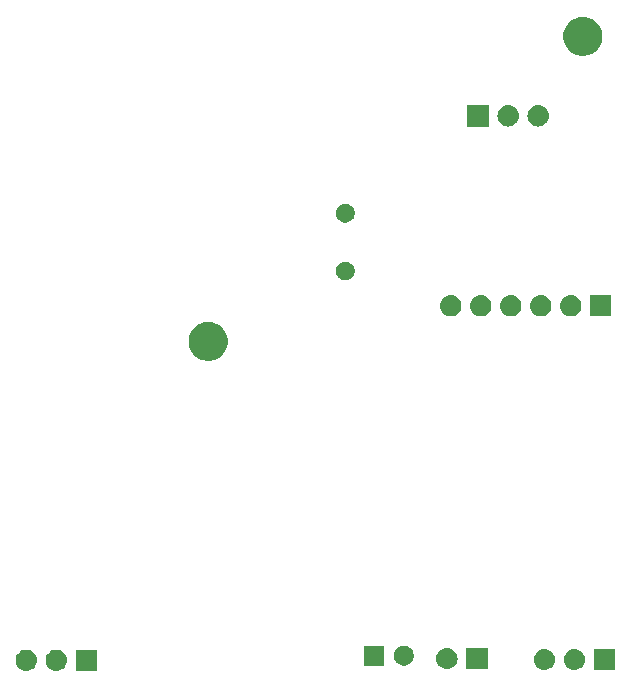
<source format=gbr>
G04 #@! TF.GenerationSoftware,KiCad,Pcbnew,(5.1.4)-1*
G04 #@! TF.CreationDate,2020-11-30T14:55:24+01:00*
G04 #@! TF.ProjectId,emg,656d672e-6b69-4636-9164-5f7063625858,rev?*
G04 #@! TF.SameCoordinates,Original*
G04 #@! TF.FileFunction,Soldermask,Bot*
G04 #@! TF.FilePolarity,Negative*
%FSLAX46Y46*%
G04 Gerber Fmt 4.6, Leading zero omitted, Abs format (unit mm)*
G04 Created by KiCad (PCBNEW (5.1.4)-1) date 2020-11-30 14:55:24*
%MOMM*%
%LPD*%
G04 APERTURE LIST*
%ADD10C,0.100000*%
G04 APERTURE END LIST*
D10*
G36*
X67550600Y-144995200D02*
G01*
X65748600Y-144995200D01*
X65748600Y-143193200D01*
X67550600Y-143193200D01*
X67550600Y-144995200D01*
X67550600Y-144995200D01*
G37*
G36*
X61680043Y-143199719D02*
G01*
X61746227Y-143206237D01*
X61916066Y-143257757D01*
X62072591Y-143341422D01*
X62108329Y-143370752D01*
X62209786Y-143454014D01*
X62293048Y-143555471D01*
X62322378Y-143591209D01*
X62406043Y-143747734D01*
X62457563Y-143917573D01*
X62474959Y-144094200D01*
X62457563Y-144270827D01*
X62406043Y-144440666D01*
X62322378Y-144597191D01*
X62293048Y-144632929D01*
X62209786Y-144734386D01*
X62108329Y-144817648D01*
X62072591Y-144846978D01*
X61916066Y-144930643D01*
X61746227Y-144982163D01*
X61680043Y-144988681D01*
X61613860Y-144995200D01*
X61525340Y-144995200D01*
X61459157Y-144988681D01*
X61392973Y-144982163D01*
X61223134Y-144930643D01*
X61066609Y-144846978D01*
X61030871Y-144817648D01*
X60929414Y-144734386D01*
X60846152Y-144632929D01*
X60816822Y-144597191D01*
X60733157Y-144440666D01*
X60681637Y-144270827D01*
X60664241Y-144094200D01*
X60681637Y-143917573D01*
X60733157Y-143747734D01*
X60816822Y-143591209D01*
X60846152Y-143555471D01*
X60929414Y-143454014D01*
X61030871Y-143370752D01*
X61066609Y-143341422D01*
X61223134Y-143257757D01*
X61392973Y-143206237D01*
X61459157Y-143199719D01*
X61525340Y-143193200D01*
X61613860Y-143193200D01*
X61680043Y-143199719D01*
X61680043Y-143199719D01*
G37*
G36*
X64220043Y-143199719D02*
G01*
X64286227Y-143206237D01*
X64456066Y-143257757D01*
X64612591Y-143341422D01*
X64648329Y-143370752D01*
X64749786Y-143454014D01*
X64833048Y-143555471D01*
X64862378Y-143591209D01*
X64946043Y-143747734D01*
X64997563Y-143917573D01*
X65014959Y-144094200D01*
X64997563Y-144270827D01*
X64946043Y-144440666D01*
X64862378Y-144597191D01*
X64833048Y-144632929D01*
X64749786Y-144734386D01*
X64648329Y-144817648D01*
X64612591Y-144846978D01*
X64456066Y-144930643D01*
X64286227Y-144982163D01*
X64220043Y-144988681D01*
X64153860Y-144995200D01*
X64065340Y-144995200D01*
X63999157Y-144988681D01*
X63932973Y-144982163D01*
X63763134Y-144930643D01*
X63606609Y-144846978D01*
X63570871Y-144817648D01*
X63469414Y-144734386D01*
X63386152Y-144632929D01*
X63356822Y-144597191D01*
X63273157Y-144440666D01*
X63221637Y-144270827D01*
X63204241Y-144094200D01*
X63221637Y-143917573D01*
X63273157Y-143747734D01*
X63356822Y-143591209D01*
X63386152Y-143555471D01*
X63469414Y-143454014D01*
X63570871Y-143370752D01*
X63606609Y-143341422D01*
X63763134Y-143257757D01*
X63932973Y-143206237D01*
X63999157Y-143199719D01*
X64065340Y-143193200D01*
X64153860Y-143193200D01*
X64220043Y-143199719D01*
X64220043Y-143199719D01*
G37*
G36*
X105545843Y-143123519D02*
G01*
X105612027Y-143130037D01*
X105781866Y-143181557D01*
X105938391Y-143265222D01*
X105962125Y-143284700D01*
X106075586Y-143377814D01*
X106158848Y-143479271D01*
X106188178Y-143515009D01*
X106188179Y-143515011D01*
X106235737Y-143603984D01*
X106271843Y-143671534D01*
X106323363Y-143841373D01*
X106340759Y-144018000D01*
X106323363Y-144194627D01*
X106271843Y-144364466D01*
X106188178Y-144520991D01*
X106173562Y-144538800D01*
X106075586Y-144658186D01*
X105974129Y-144741448D01*
X105938391Y-144770778D01*
X105781866Y-144854443D01*
X105612027Y-144905963D01*
X105545842Y-144912482D01*
X105479660Y-144919000D01*
X105391140Y-144919000D01*
X105324958Y-144912482D01*
X105258773Y-144905963D01*
X105088934Y-144854443D01*
X104932409Y-144770778D01*
X104896671Y-144741448D01*
X104795214Y-144658186D01*
X104697238Y-144538800D01*
X104682622Y-144520991D01*
X104598957Y-144364466D01*
X104547437Y-144194627D01*
X104530041Y-144018000D01*
X104547437Y-143841373D01*
X104598957Y-143671534D01*
X104635064Y-143603984D01*
X104682621Y-143515011D01*
X104682622Y-143515009D01*
X104711952Y-143479271D01*
X104795214Y-143377814D01*
X104908675Y-143284700D01*
X104932409Y-143265222D01*
X105088934Y-143181557D01*
X105258773Y-143130037D01*
X105324957Y-143123519D01*
X105391140Y-143117000D01*
X105479660Y-143117000D01*
X105545843Y-143123519D01*
X105545843Y-143123519D01*
G37*
G36*
X108085843Y-143123519D02*
G01*
X108152027Y-143130037D01*
X108321866Y-143181557D01*
X108478391Y-143265222D01*
X108502125Y-143284700D01*
X108615586Y-143377814D01*
X108698848Y-143479271D01*
X108728178Y-143515009D01*
X108728179Y-143515011D01*
X108775737Y-143603984D01*
X108811843Y-143671534D01*
X108863363Y-143841373D01*
X108880759Y-144018000D01*
X108863363Y-144194627D01*
X108811843Y-144364466D01*
X108728178Y-144520991D01*
X108713562Y-144538800D01*
X108615586Y-144658186D01*
X108514129Y-144741448D01*
X108478391Y-144770778D01*
X108321866Y-144854443D01*
X108152027Y-144905963D01*
X108085842Y-144912482D01*
X108019660Y-144919000D01*
X107931140Y-144919000D01*
X107864958Y-144912482D01*
X107798773Y-144905963D01*
X107628934Y-144854443D01*
X107472409Y-144770778D01*
X107436671Y-144741448D01*
X107335214Y-144658186D01*
X107237238Y-144538800D01*
X107222622Y-144520991D01*
X107138957Y-144364466D01*
X107087437Y-144194627D01*
X107070041Y-144018000D01*
X107087437Y-143841373D01*
X107138957Y-143671534D01*
X107175064Y-143603984D01*
X107222621Y-143515011D01*
X107222622Y-143515009D01*
X107251952Y-143479271D01*
X107335214Y-143377814D01*
X107448675Y-143284700D01*
X107472409Y-143265222D01*
X107628934Y-143181557D01*
X107798773Y-143130037D01*
X107864957Y-143123519D01*
X107931140Y-143117000D01*
X108019660Y-143117000D01*
X108085843Y-143123519D01*
X108085843Y-143123519D01*
G37*
G36*
X111416400Y-144919000D02*
G01*
X109614400Y-144919000D01*
X109614400Y-143117000D01*
X111416400Y-143117000D01*
X111416400Y-144919000D01*
X111416400Y-144919000D01*
G37*
G36*
X100621400Y-144842800D02*
G01*
X98819400Y-144842800D01*
X98819400Y-143040800D01*
X100621400Y-143040800D01*
X100621400Y-144842800D01*
X100621400Y-144842800D01*
G37*
G36*
X97290842Y-143047318D02*
G01*
X97357027Y-143053837D01*
X97526866Y-143105357D01*
X97683391Y-143189022D01*
X97704367Y-143206237D01*
X97820586Y-143301614D01*
X97903848Y-143403071D01*
X97933178Y-143438809D01*
X98016843Y-143595334D01*
X98068363Y-143765173D01*
X98085759Y-143941800D01*
X98068363Y-144118427D01*
X98016843Y-144288266D01*
X97933178Y-144444791D01*
X97903848Y-144480529D01*
X97820586Y-144581986D01*
X97719129Y-144665248D01*
X97683391Y-144694578D01*
X97526866Y-144778243D01*
X97357027Y-144829763D01*
X97290842Y-144836282D01*
X97224660Y-144842800D01*
X97136140Y-144842800D01*
X97069958Y-144836282D01*
X97003773Y-144829763D01*
X96833934Y-144778243D01*
X96677409Y-144694578D01*
X96641671Y-144665248D01*
X96540214Y-144581986D01*
X96456952Y-144480529D01*
X96427622Y-144444791D01*
X96343957Y-144288266D01*
X96292437Y-144118427D01*
X96275041Y-143941800D01*
X96292437Y-143765173D01*
X96343957Y-143595334D01*
X96427622Y-143438809D01*
X96456952Y-143403071D01*
X96540214Y-143301614D01*
X96656433Y-143206237D01*
X96677409Y-143189022D01*
X96833934Y-143105357D01*
X97003773Y-143053837D01*
X97069958Y-143047318D01*
X97136140Y-143040800D01*
X97224660Y-143040800D01*
X97290842Y-143047318D01*
X97290842Y-143047318D01*
G37*
G36*
X91884600Y-144538800D02*
G01*
X90182600Y-144538800D01*
X90182600Y-142836800D01*
X91884600Y-142836800D01*
X91884600Y-144538800D01*
X91884600Y-144538800D01*
G37*
G36*
X93781828Y-142869503D02*
G01*
X93936700Y-142933653D01*
X94076081Y-143026785D01*
X94194615Y-143145319D01*
X94287747Y-143284700D01*
X94351897Y-143439572D01*
X94384600Y-143603984D01*
X94384600Y-143771616D01*
X94351897Y-143936028D01*
X94287747Y-144090900D01*
X94194615Y-144230281D01*
X94076081Y-144348815D01*
X93936700Y-144441947D01*
X93781828Y-144506097D01*
X93617416Y-144538800D01*
X93449784Y-144538800D01*
X93285372Y-144506097D01*
X93130500Y-144441947D01*
X92991119Y-144348815D01*
X92872585Y-144230281D01*
X92779453Y-144090900D01*
X92715303Y-143936028D01*
X92682600Y-143771616D01*
X92682600Y-143603984D01*
X92715303Y-143439572D01*
X92779453Y-143284700D01*
X92872585Y-143145319D01*
X92991119Y-143026785D01*
X93130500Y-142933653D01*
X93285372Y-142869503D01*
X93449784Y-142836800D01*
X93617416Y-142836800D01*
X93781828Y-142869503D01*
X93781828Y-142869503D01*
G37*
G36*
X77337256Y-115485298D02*
G01*
X77443579Y-115506447D01*
X77744042Y-115630903D01*
X78014451Y-115811585D01*
X78244415Y-116041549D01*
X78425097Y-116311958D01*
X78549553Y-116612421D01*
X78613000Y-116931391D01*
X78613000Y-117256609D01*
X78549553Y-117575579D01*
X78425097Y-117876042D01*
X78244415Y-118146451D01*
X78014451Y-118376415D01*
X77744042Y-118557097D01*
X77443579Y-118681553D01*
X77337256Y-118702702D01*
X77124611Y-118745000D01*
X76799389Y-118745000D01*
X76586744Y-118702702D01*
X76480421Y-118681553D01*
X76179958Y-118557097D01*
X75909549Y-118376415D01*
X75679585Y-118146451D01*
X75498903Y-117876042D01*
X75374447Y-117575579D01*
X75311000Y-117256609D01*
X75311000Y-116931391D01*
X75374447Y-116612421D01*
X75498903Y-116311958D01*
X75679585Y-116041549D01*
X75909549Y-115811585D01*
X76179958Y-115630903D01*
X76480421Y-115506447D01*
X76586744Y-115485298D01*
X76799389Y-115443000D01*
X77124611Y-115443000D01*
X77337256Y-115485298D01*
X77337256Y-115485298D01*
G37*
G36*
X97621043Y-113176919D02*
G01*
X97687227Y-113183437D01*
X97857066Y-113234957D01*
X98013591Y-113318622D01*
X98049329Y-113347952D01*
X98150786Y-113431214D01*
X98234048Y-113532671D01*
X98263378Y-113568409D01*
X98347043Y-113724934D01*
X98398563Y-113894773D01*
X98415959Y-114071400D01*
X98398563Y-114248027D01*
X98347043Y-114417866D01*
X98263378Y-114574391D01*
X98234048Y-114610129D01*
X98150786Y-114711586D01*
X98049329Y-114794848D01*
X98013591Y-114824178D01*
X97857066Y-114907843D01*
X97687227Y-114959363D01*
X97621042Y-114965882D01*
X97554860Y-114972400D01*
X97466340Y-114972400D01*
X97400158Y-114965882D01*
X97333973Y-114959363D01*
X97164134Y-114907843D01*
X97007609Y-114824178D01*
X96971871Y-114794848D01*
X96870414Y-114711586D01*
X96787152Y-114610129D01*
X96757822Y-114574391D01*
X96674157Y-114417866D01*
X96622637Y-114248027D01*
X96605241Y-114071400D01*
X96622637Y-113894773D01*
X96674157Y-113724934D01*
X96757822Y-113568409D01*
X96787152Y-113532671D01*
X96870414Y-113431214D01*
X96971871Y-113347952D01*
X97007609Y-113318622D01*
X97164134Y-113234957D01*
X97333973Y-113183437D01*
X97400157Y-113176919D01*
X97466340Y-113170400D01*
X97554860Y-113170400D01*
X97621043Y-113176919D01*
X97621043Y-113176919D01*
G37*
G36*
X100161043Y-113176919D02*
G01*
X100227227Y-113183437D01*
X100397066Y-113234957D01*
X100553591Y-113318622D01*
X100589329Y-113347952D01*
X100690786Y-113431214D01*
X100774048Y-113532671D01*
X100803378Y-113568409D01*
X100887043Y-113724934D01*
X100938563Y-113894773D01*
X100955959Y-114071400D01*
X100938563Y-114248027D01*
X100887043Y-114417866D01*
X100803378Y-114574391D01*
X100774048Y-114610129D01*
X100690786Y-114711586D01*
X100589329Y-114794848D01*
X100553591Y-114824178D01*
X100397066Y-114907843D01*
X100227227Y-114959363D01*
X100161042Y-114965882D01*
X100094860Y-114972400D01*
X100006340Y-114972400D01*
X99940158Y-114965882D01*
X99873973Y-114959363D01*
X99704134Y-114907843D01*
X99547609Y-114824178D01*
X99511871Y-114794848D01*
X99410414Y-114711586D01*
X99327152Y-114610129D01*
X99297822Y-114574391D01*
X99214157Y-114417866D01*
X99162637Y-114248027D01*
X99145241Y-114071400D01*
X99162637Y-113894773D01*
X99214157Y-113724934D01*
X99297822Y-113568409D01*
X99327152Y-113532671D01*
X99410414Y-113431214D01*
X99511871Y-113347952D01*
X99547609Y-113318622D01*
X99704134Y-113234957D01*
X99873973Y-113183437D01*
X99940157Y-113176919D01*
X100006340Y-113170400D01*
X100094860Y-113170400D01*
X100161043Y-113176919D01*
X100161043Y-113176919D01*
G37*
G36*
X102701043Y-113176919D02*
G01*
X102767227Y-113183437D01*
X102937066Y-113234957D01*
X103093591Y-113318622D01*
X103129329Y-113347952D01*
X103230786Y-113431214D01*
X103314048Y-113532671D01*
X103343378Y-113568409D01*
X103427043Y-113724934D01*
X103478563Y-113894773D01*
X103495959Y-114071400D01*
X103478563Y-114248027D01*
X103427043Y-114417866D01*
X103343378Y-114574391D01*
X103314048Y-114610129D01*
X103230786Y-114711586D01*
X103129329Y-114794848D01*
X103093591Y-114824178D01*
X102937066Y-114907843D01*
X102767227Y-114959363D01*
X102701042Y-114965882D01*
X102634860Y-114972400D01*
X102546340Y-114972400D01*
X102480158Y-114965882D01*
X102413973Y-114959363D01*
X102244134Y-114907843D01*
X102087609Y-114824178D01*
X102051871Y-114794848D01*
X101950414Y-114711586D01*
X101867152Y-114610129D01*
X101837822Y-114574391D01*
X101754157Y-114417866D01*
X101702637Y-114248027D01*
X101685241Y-114071400D01*
X101702637Y-113894773D01*
X101754157Y-113724934D01*
X101837822Y-113568409D01*
X101867152Y-113532671D01*
X101950414Y-113431214D01*
X102051871Y-113347952D01*
X102087609Y-113318622D01*
X102244134Y-113234957D01*
X102413973Y-113183437D01*
X102480157Y-113176919D01*
X102546340Y-113170400D01*
X102634860Y-113170400D01*
X102701043Y-113176919D01*
X102701043Y-113176919D01*
G37*
G36*
X105241043Y-113176919D02*
G01*
X105307227Y-113183437D01*
X105477066Y-113234957D01*
X105633591Y-113318622D01*
X105669329Y-113347952D01*
X105770786Y-113431214D01*
X105854048Y-113532671D01*
X105883378Y-113568409D01*
X105967043Y-113724934D01*
X106018563Y-113894773D01*
X106035959Y-114071400D01*
X106018563Y-114248027D01*
X105967043Y-114417866D01*
X105883378Y-114574391D01*
X105854048Y-114610129D01*
X105770786Y-114711586D01*
X105669329Y-114794848D01*
X105633591Y-114824178D01*
X105477066Y-114907843D01*
X105307227Y-114959363D01*
X105241042Y-114965882D01*
X105174860Y-114972400D01*
X105086340Y-114972400D01*
X105020158Y-114965882D01*
X104953973Y-114959363D01*
X104784134Y-114907843D01*
X104627609Y-114824178D01*
X104591871Y-114794848D01*
X104490414Y-114711586D01*
X104407152Y-114610129D01*
X104377822Y-114574391D01*
X104294157Y-114417866D01*
X104242637Y-114248027D01*
X104225241Y-114071400D01*
X104242637Y-113894773D01*
X104294157Y-113724934D01*
X104377822Y-113568409D01*
X104407152Y-113532671D01*
X104490414Y-113431214D01*
X104591871Y-113347952D01*
X104627609Y-113318622D01*
X104784134Y-113234957D01*
X104953973Y-113183437D01*
X105020157Y-113176919D01*
X105086340Y-113170400D01*
X105174860Y-113170400D01*
X105241043Y-113176919D01*
X105241043Y-113176919D01*
G37*
G36*
X107781043Y-113176919D02*
G01*
X107847227Y-113183437D01*
X108017066Y-113234957D01*
X108173591Y-113318622D01*
X108209329Y-113347952D01*
X108310786Y-113431214D01*
X108394048Y-113532671D01*
X108423378Y-113568409D01*
X108507043Y-113724934D01*
X108558563Y-113894773D01*
X108575959Y-114071400D01*
X108558563Y-114248027D01*
X108507043Y-114417866D01*
X108423378Y-114574391D01*
X108394048Y-114610129D01*
X108310786Y-114711586D01*
X108209329Y-114794848D01*
X108173591Y-114824178D01*
X108017066Y-114907843D01*
X107847227Y-114959363D01*
X107781042Y-114965882D01*
X107714860Y-114972400D01*
X107626340Y-114972400D01*
X107560158Y-114965882D01*
X107493973Y-114959363D01*
X107324134Y-114907843D01*
X107167609Y-114824178D01*
X107131871Y-114794848D01*
X107030414Y-114711586D01*
X106947152Y-114610129D01*
X106917822Y-114574391D01*
X106834157Y-114417866D01*
X106782637Y-114248027D01*
X106765241Y-114071400D01*
X106782637Y-113894773D01*
X106834157Y-113724934D01*
X106917822Y-113568409D01*
X106947152Y-113532671D01*
X107030414Y-113431214D01*
X107131871Y-113347952D01*
X107167609Y-113318622D01*
X107324134Y-113234957D01*
X107493973Y-113183437D01*
X107560157Y-113176919D01*
X107626340Y-113170400D01*
X107714860Y-113170400D01*
X107781043Y-113176919D01*
X107781043Y-113176919D01*
G37*
G36*
X111111600Y-114972400D02*
G01*
X109309600Y-114972400D01*
X109309600Y-113170400D01*
X111111600Y-113170400D01*
X111111600Y-114972400D01*
X111111600Y-114972400D01*
G37*
G36*
X88803442Y-110354781D02*
G01*
X88949214Y-110415162D01*
X88949216Y-110415163D01*
X89080408Y-110502822D01*
X89191978Y-110614392D01*
X89279637Y-110745584D01*
X89279638Y-110745586D01*
X89340019Y-110891358D01*
X89370800Y-111046107D01*
X89370800Y-111203893D01*
X89340019Y-111358642D01*
X89279638Y-111504414D01*
X89279637Y-111504416D01*
X89191978Y-111635608D01*
X89080408Y-111747178D01*
X88949216Y-111834837D01*
X88949215Y-111834838D01*
X88949214Y-111834838D01*
X88803442Y-111895219D01*
X88648693Y-111926000D01*
X88490907Y-111926000D01*
X88336158Y-111895219D01*
X88190386Y-111834838D01*
X88190385Y-111834838D01*
X88190384Y-111834837D01*
X88059192Y-111747178D01*
X87947622Y-111635608D01*
X87859963Y-111504416D01*
X87859962Y-111504414D01*
X87799581Y-111358642D01*
X87768800Y-111203893D01*
X87768800Y-111046107D01*
X87799581Y-110891358D01*
X87859962Y-110745586D01*
X87859963Y-110745584D01*
X87947622Y-110614392D01*
X88059192Y-110502822D01*
X88190384Y-110415163D01*
X88190386Y-110415162D01*
X88336158Y-110354781D01*
X88490907Y-110324000D01*
X88648693Y-110324000D01*
X88803442Y-110354781D01*
X88803442Y-110354781D01*
G37*
G36*
X88803442Y-105454781D02*
G01*
X88949214Y-105515162D01*
X88949216Y-105515163D01*
X89080408Y-105602822D01*
X89191978Y-105714392D01*
X89279637Y-105845584D01*
X89279638Y-105845586D01*
X89340019Y-105991358D01*
X89370800Y-106146107D01*
X89370800Y-106303893D01*
X89340019Y-106458642D01*
X89279638Y-106604414D01*
X89279637Y-106604416D01*
X89191978Y-106735608D01*
X89080408Y-106847178D01*
X88949216Y-106934837D01*
X88949215Y-106934838D01*
X88949214Y-106934838D01*
X88803442Y-106995219D01*
X88648693Y-107026000D01*
X88490907Y-107026000D01*
X88336158Y-106995219D01*
X88190386Y-106934838D01*
X88190385Y-106934838D01*
X88190384Y-106934837D01*
X88059192Y-106847178D01*
X87947622Y-106735608D01*
X87859963Y-106604416D01*
X87859962Y-106604414D01*
X87799581Y-106458642D01*
X87768800Y-106303893D01*
X87768800Y-106146107D01*
X87799581Y-105991358D01*
X87859962Y-105845586D01*
X87859963Y-105845584D01*
X87947622Y-105714392D01*
X88059192Y-105602822D01*
X88190384Y-105515163D01*
X88190386Y-105515162D01*
X88336158Y-105454781D01*
X88490907Y-105424000D01*
X88648693Y-105424000D01*
X88803442Y-105454781D01*
X88803442Y-105454781D01*
G37*
G36*
X105012442Y-97098718D02*
G01*
X105078627Y-97105237D01*
X105248466Y-97156757D01*
X105404991Y-97240422D01*
X105440729Y-97269752D01*
X105542186Y-97353014D01*
X105625448Y-97454471D01*
X105654778Y-97490209D01*
X105738443Y-97646734D01*
X105789963Y-97816573D01*
X105807359Y-97993200D01*
X105789963Y-98169827D01*
X105738443Y-98339666D01*
X105654778Y-98496191D01*
X105625448Y-98531929D01*
X105542186Y-98633386D01*
X105440729Y-98716648D01*
X105404991Y-98745978D01*
X105248466Y-98829643D01*
X105078627Y-98881163D01*
X105012442Y-98887682D01*
X104946260Y-98894200D01*
X104857740Y-98894200D01*
X104791558Y-98887682D01*
X104725373Y-98881163D01*
X104555534Y-98829643D01*
X104399009Y-98745978D01*
X104363271Y-98716648D01*
X104261814Y-98633386D01*
X104178552Y-98531929D01*
X104149222Y-98496191D01*
X104065557Y-98339666D01*
X104014037Y-98169827D01*
X103996641Y-97993200D01*
X104014037Y-97816573D01*
X104065557Y-97646734D01*
X104149222Y-97490209D01*
X104178552Y-97454471D01*
X104261814Y-97353014D01*
X104363271Y-97269752D01*
X104399009Y-97240422D01*
X104555534Y-97156757D01*
X104725373Y-97105237D01*
X104791558Y-97098718D01*
X104857740Y-97092200D01*
X104946260Y-97092200D01*
X105012442Y-97098718D01*
X105012442Y-97098718D01*
G37*
G36*
X102472442Y-97098718D02*
G01*
X102538627Y-97105237D01*
X102708466Y-97156757D01*
X102864991Y-97240422D01*
X102900729Y-97269752D01*
X103002186Y-97353014D01*
X103085448Y-97454471D01*
X103114778Y-97490209D01*
X103198443Y-97646734D01*
X103249963Y-97816573D01*
X103267359Y-97993200D01*
X103249963Y-98169827D01*
X103198443Y-98339666D01*
X103114778Y-98496191D01*
X103085448Y-98531929D01*
X103002186Y-98633386D01*
X102900729Y-98716648D01*
X102864991Y-98745978D01*
X102708466Y-98829643D01*
X102538627Y-98881163D01*
X102472442Y-98887682D01*
X102406260Y-98894200D01*
X102317740Y-98894200D01*
X102251558Y-98887682D01*
X102185373Y-98881163D01*
X102015534Y-98829643D01*
X101859009Y-98745978D01*
X101823271Y-98716648D01*
X101721814Y-98633386D01*
X101638552Y-98531929D01*
X101609222Y-98496191D01*
X101525557Y-98339666D01*
X101474037Y-98169827D01*
X101456641Y-97993200D01*
X101474037Y-97816573D01*
X101525557Y-97646734D01*
X101609222Y-97490209D01*
X101638552Y-97454471D01*
X101721814Y-97353014D01*
X101823271Y-97269752D01*
X101859009Y-97240422D01*
X102015534Y-97156757D01*
X102185373Y-97105237D01*
X102251558Y-97098718D01*
X102317740Y-97092200D01*
X102406260Y-97092200D01*
X102472442Y-97098718D01*
X102472442Y-97098718D01*
G37*
G36*
X100723000Y-98894200D02*
G01*
X98921000Y-98894200D01*
X98921000Y-97092200D01*
X100723000Y-97092200D01*
X100723000Y-98894200D01*
X100723000Y-98894200D01*
G37*
G36*
X109061856Y-89653498D02*
G01*
X109168179Y-89674647D01*
X109468642Y-89799103D01*
X109739051Y-89979785D01*
X109969015Y-90209749D01*
X110149697Y-90480158D01*
X110274153Y-90780621D01*
X110337600Y-91099591D01*
X110337600Y-91424809D01*
X110274153Y-91743779D01*
X110149697Y-92044242D01*
X109969015Y-92314651D01*
X109739051Y-92544615D01*
X109468642Y-92725297D01*
X109168179Y-92849753D01*
X109061856Y-92870902D01*
X108849211Y-92913200D01*
X108523989Y-92913200D01*
X108311344Y-92870902D01*
X108205021Y-92849753D01*
X107904558Y-92725297D01*
X107634149Y-92544615D01*
X107404185Y-92314651D01*
X107223503Y-92044242D01*
X107099047Y-91743779D01*
X107035600Y-91424809D01*
X107035600Y-91099591D01*
X107099047Y-90780621D01*
X107223503Y-90480158D01*
X107404185Y-90209749D01*
X107634149Y-89979785D01*
X107904558Y-89799103D01*
X108205021Y-89674647D01*
X108311344Y-89653498D01*
X108523989Y-89611200D01*
X108849211Y-89611200D01*
X109061856Y-89653498D01*
X109061856Y-89653498D01*
G37*
M02*

</source>
